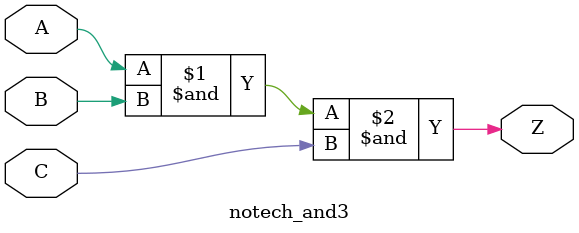
<source format=v>
module notech_and3 (A,B,C,Z);
input A,B,C;
output Z;
assign Z=A&B&C;
endmodule

</source>
